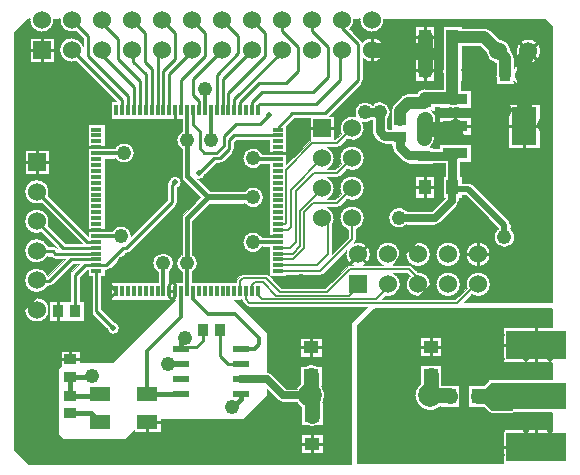
<source format=gtl>
%FSLAX25Y25*%
%MOIN*%
G04 EasyPC Gerber Version 18.0.8 Build 3632 *
%ADD77R,0.01358X0.03740*%
%ADD76R,0.03740X0.01358*%
%ADD16R,0.03740X0.04331*%
%ADD19R,0.04134X0.05118*%
%ADD78R,0.05787X0.02323*%
%ADD81R,0.08465X0.12795*%
%ADD13R,0.06000X0.06000*%
%ADD12C,0.00100*%
%ADD10C,0.00500*%
%ADD85C,0.00600*%
%ADD11C,0.01000*%
%ADD84C,0.01200*%
%ADD24C,0.01500*%
%ADD22C,0.02000*%
%ADD23C,0.02500*%
%ADD25C,0.03000*%
%ADD26C,0.04000*%
%ADD21C,0.04800*%
%ADD83C,0.05000*%
%ADD14C,0.06000*%
%ADD70C,0.07874*%
%ADD15R,0.04331X0.03740*%
%ADD80R,0.08465X0.03740*%
%ADD17R,0.05118X0.04134*%
%ADD79R,0.07087X0.04724*%
%ADD82R,0.20000X0.09016*%
%ADD71R,0.20000X0.09646*%
X0Y0D02*
D02*
D10*
X120250Y51250D02*
X168394D01*
Y62626*
X184750*
Y67803*
X172062*
G75*
G02X171450Y67650I-612J1147*
G01*
X164650*
G75*
G02X163731Y68031J1300*
G01*
X162143Y69618*
X156980*
Y72287*
G75*
G02Y74567I3316J1140*
G01*
Y77236*
X162098*
X163831Y78969*
G75*
G02X164750Y79350I919J-919*
G01*
X171450*
G75*
G02X171733Y79319J-1300*
G01*
X184750*
Y84496*
X168394*
Y96642*
X184750*
Y102550*
X125850*
X120250Y96950*
Y51250*
X140764Y77536D02*
Y83862D01*
X144103*
G75*
G02X145043I470J-3318*
G01*
X148382*
Y77236*
X154362*
Y73896*
G75*
G02Y72958I-3317J-469*
G01*
Y69618*
X147728*
Y69850*
G75*
G02X140764Y77536I-3419J3900*
G01*
Y93114D02*
X148382D01*
Y86480*
X140764*
Y93114*
X120250Y76229D02*
G36*
Y51250D01*
X168394*
Y62626*
X184750*
Y67803*
X172062*
G75*
G02X171450Y67650I-612J1147*
G01*
X164650*
G75*
G02X163731Y68031J1300*
G01*
X162143Y69618*
X156980*
Y72287*
G75*
G02Y74567I3316J1140*
G01*
Y76229*
X154362*
Y73896*
G75*
G02Y72958I-3317J-469*
G01*
Y69618*
X147728*
Y69850*
G75*
G02X139753Y76229I-3419J3900*
G01*
X120250*
G37*
X139753D02*
G36*
G75*
G02X140764Y77536I4556J-2480D01*
G01*
Y83862*
X144103*
G75*
G02X145043I470J-3318*
G01*
X148382*
Y77236*
X154362*
Y76229*
X156980*
Y77236*
X162098*
X163831Y78969*
G75*
G02X164750Y79350I919J-919*
G01*
X171450*
G75*
G02X171733Y79319J-1300*
G01*
X184750*
Y84496*
X168394*
Y89797*
X148382*
Y86480*
X140764*
Y89797*
X120250*
Y76229*
X139753*
G37*
X140764Y89797D02*
G36*
Y93114D01*
X148382*
Y89797*
X168394*
Y96642*
X184750*
Y102550*
X125850*
X120250Y96950*
Y89797*
X140764*
G37*
D02*
D11*
X10350Y64750D02*
X8350D01*
X10350Y76750D02*
X8350D01*
X10350Y92750D02*
X8350D01*
X10687Y151467D02*
X8687D01*
X12250Y62850D02*
Y60850D01*
Y66650D02*
Y68650D01*
Y74850D02*
Y72850D01*
Y78650D02*
Y80650D01*
Y90850D02*
Y88850D01*
Y94650D02*
Y96650D01*
X12333Y188907D02*
X10333D01*
X12350Y166750D02*
X10350D01*
X12350Y178750D02*
X10350D01*
X13187Y148967D02*
Y146967D01*
Y153967D02*
Y155967D01*
X14150Y64750D02*
X16150D01*
X14150Y76750D02*
X16150D01*
X14150Y92750D02*
X16150D01*
X14250Y164850D02*
Y162850D01*
Y168650D02*
Y170650D01*
Y176850D02*
Y174850D01*
Y180650D02*
Y182650D01*
X14833Y186407D02*
Y184407D01*
Y191407D02*
Y193407D01*
X15687Y151467D02*
X17687D01*
X16150Y166750D02*
X18150D01*
X16150Y178750D02*
X18150D01*
X17333Y188907D02*
X19333D01*
X20234Y100179D02*
Y98179D01*
Y103510D02*
Y105510D01*
X21350Y91750D02*
X19350D01*
X21350Y163750D02*
X19350D01*
X22679Y85766D02*
X20679D01*
X22906Y53406D02*
X21492Y51992D01*
X22906Y56094D02*
X21492Y57508D01*
X23250Y93650D02*
Y95650D01*
Y161850D02*
Y159850D01*
Y165650D02*
Y167650D01*
X24344Y87136D02*
Y89136D01*
X25150Y91750D02*
X27150D01*
X25150Y163750D02*
X27150D01*
X25350Y138750D02*
X23350D01*
X25594Y53406D02*
X27008Y51992D01*
X25594Y56094D02*
X27008Y57508D01*
X25943Y101844D02*
Y113943D01*
X29250Y117250*
X32687*
X32841Y117096*
X33033*
X26010Y85766D02*
X28010D01*
X26350Y173750D02*
X24350D01*
X27250Y136850D02*
Y134850D01*
Y140650D02*
Y142650D01*
X28250Y171850D02*
Y169850D01*
Y175650D02*
Y177650D01*
X29750Y156450D02*
X31750D01*
X30150Y173750D02*
X32150D01*
X30250Y128950D02*
X32250D01*
X33033Y115128D02*
Y101767D01*
X38650Y96150*
X33033Y119065D02*
X24565D01*
X17250Y111750*
X13533*
X13187Y112096*
X33033Y121033D02*
X32267D01*
X32250Y121050*
X19250*
X18550Y121750*
X13376*
X13187Y121939*
X33033Y123002D02*
X21967D01*
X13187Y131781*
X33033Y124970D02*
X29841D01*
X13187Y141624*
X36350Y128850D02*
X34350D01*
X36550Y156450D02*
X34550D01*
X36906Y112406D02*
X35492Y110992D01*
X38906Y138406D02*
X37492Y136992D01*
X38906Y141094D02*
X37492Y142508D01*
X38906Y161406D02*
X37492Y159992D01*
X38906Y164094D02*
X37492Y165508D01*
X39302Y108208D02*
X37449Y106354D01*
X39302Y108859D02*
X37449Y110713D01*
X39594Y115094D02*
X41008Y116508D01*
X40906Y53406D02*
X39492Y51992D01*
X40906Y56094D02*
X39492Y57508D01*
X40906Y116406D02*
X39492Y114992D01*
X41594Y138406D02*
X43008Y136992D01*
X41594Y141094D02*
X43008Y142508D01*
X41594Y161406D02*
X43008Y159992D01*
X41594Y164094D02*
X43008Y165508D01*
X41596Y168967D02*
Y172144D01*
X24833Y188907*
X43565Y168967D02*
Y173435D01*
X30250Y186750*
Y193490*
X24833Y198907*
X43594Y53406D02*
X45008Y51992D01*
X43594Y56094D02*
X45008Y57508D01*
X43594Y116406D02*
X45008Y114992D01*
X43594Y119094D02*
X45008Y120508D01*
X43906Y161406D02*
X42492Y159992D01*
X43906Y164094D02*
X42492Y165508D01*
X44350Y99750D02*
X42350D01*
X45533Y168967D02*
Y176467D01*
X34250Y187750*
Y188325*
X34833Y188907*
X46250Y97850D02*
Y95850D01*
Y101650D02*
Y103650D01*
X46594Y161406D02*
X48008Y159992D01*
X46594Y164094D02*
X48008Y165508D01*
X47350Y136750D02*
X45350D01*
X47350Y144750D02*
X45350D01*
X47502Y168967D02*
Y178498D01*
X40250Y185750*
Y192490*
X34833Y197907*
Y198907*
X48150Y99750D02*
X50150D01*
X49250Y134850D02*
Y132850D01*
Y138650D02*
Y140650D01*
Y142850D02*
Y140850D01*
Y146650D02*
Y148650D01*
X49470Y168967D02*
Y180750D01*
X45250Y184970*
Y188490*
X44833Y188907*
X49998Y62990D02*
Y60990D01*
X51150Y136750D02*
X53150D01*
X51150Y144750D02*
X53150D01*
X51439Y168967D02*
Y182561D01*
X49250Y184750*
Y194490*
X44833Y198907*
X53041Y64852D02*
X55041D01*
X53407Y168967D02*
Y187482D01*
X54833Y188907*
X55376Y168967D02*
Y181876D01*
X59250Y185750*
Y194490*
X54833Y198907*
X57344Y108533D02*
Y106656D01*
X58250Y105750*
X57344Y108533D02*
Y110844D01*
X58250Y111750*
X57344Y168967D02*
Y180844D01*
X64250Y187750*
Y188325*
X64833Y188907*
X58250Y105750D02*
X56250Y103750D01*
X58250Y111750D02*
X59250Y112750D01*
Y144750D02*
X58250Y143750D01*
Y138150*
X42850Y122750*
X41850*
X36250Y117150*
X33380*
X33326Y117096*
X33033*
X59313Y108533D02*
Y110687D01*
X58250Y111750*
X59313Y108533D02*
X57344D01*
X59313D02*
Y106813D01*
X58250Y105750*
X59350Y167650D02*
Y165650D01*
X61281Y168967D02*
Y178781D01*
X69250Y186750*
Y194490*
X64833Y198907*
X61906Y138406D02*
X60492Y136992D01*
X61906Y141094D02*
X60492Y142508D01*
X62350Y57750D02*
X60350D01*
X64250Y55850D02*
Y53850D01*
Y59650D02*
Y61650D01*
X66150Y57750D02*
X68150D01*
X67187Y168967D02*
Y171813D01*
X65250Y173750*
Y179325*
X74833Y188907*
X68557Y95656D02*
Y92057D01*
X66250Y89750*
X61848*
X61348Y89250*
X69350Y129750D02*
X67350D01*
X71250Y127850D02*
Y125850D01*
Y131650D02*
Y133650D01*
X73093Y168967D02*
Y180593D01*
X80250Y187750*
Y193490*
X74833Y198907*
X73150Y129750D02*
X75150D01*
X73250Y144850D02*
Y142850D01*
Y148650D02*
Y150650D01*
X73350Y57750D02*
X71350D01*
X75061Y168967D02*
Y179136D01*
X84833Y188907*
X75150Y146750D02*
X77150D01*
X75250Y55850D02*
Y53850D01*
Y59650D02*
Y61650D01*
X75350Y117750D02*
X73350D01*
X77030Y168967D02*
Y174530D01*
X89250Y186750*
Y194490*
X84833Y198907*
X77150Y57750D02*
X79150D01*
X77250Y115850D02*
Y113850D01*
Y119650D02*
Y121650D01*
X78906Y132406D02*
X77492Y130992D01*
X78906Y135094D02*
X77492Y136508D01*
X78906Y145406D02*
X77492Y143992D01*
X78906Y148094D02*
X77492Y149508D01*
X78998Y168967D02*
Y172498D01*
X94833Y188333*
Y188907*
X79150Y117750D02*
X81150D01*
X80967Y168967D02*
Y171467D01*
X87250Y177750*
X96250*
X100250Y181750*
Y189750*
X94833Y195167*
Y198907*
X81152Y84250D02*
X76750D01*
X74250Y86750*
Y95640*
X74266Y95656*
X81594Y132406D02*
X83008Y130992D01*
X81594Y135094D02*
X83008Y136508D01*
X81594Y145406D02*
X83008Y143992D01*
X81594Y148094D02*
X83008Y149508D01*
X82350Y57750D02*
X80350D01*
X82906Y116406D02*
X81492Y114992D01*
X82906Y119094D02*
X81492Y120508D01*
X84250Y55850D02*
Y53850D01*
Y59650D02*
Y61650D01*
X84904Y168967D02*
Y171404D01*
X88250Y174750*
X105250*
X110250Y179750*
Y189750*
X104833Y195167*
Y198907*
X85594Y116406D02*
X87008Y114992D01*
X85594Y119094D02*
X87008Y120508D01*
X86150Y57750D02*
X88150D01*
X86872Y168967D02*
Y170372D01*
X87250Y170750*
X106250*
X114250Y178750*
Y188325*
X114833Y188907*
X90650Y167350D02*
X87450Y164150D01*
X79450*
X75450Y160150*
Y156950*
X73050Y154550*
X69050*
X67450Y156150*
Y161750*
X65219Y163981*
Y168967*
X91950Y154550D02*
X89950D01*
X92050Y126950D02*
X90050D01*
X92350Y98750D02*
X90350D01*
X93467Y160404D02*
X78904D01*
X77250Y158750*
Y155750*
X74250Y152750*
X72250*
X67250Y147750*
X94250Y96850D02*
Y94850D01*
Y100650D02*
Y102650D01*
X94350Y85750D02*
X92350D01*
X96150Y98750D02*
X98150D01*
X96250Y83850D02*
Y81850D01*
Y87650D02*
Y89650D01*
X96750Y154550D02*
X94750D01*
X98150Y85750D02*
X100150D01*
X98350Y57750D02*
X96350D01*
X98906Y158806D02*
X97492Y157392D01*
X98906Y161494D02*
X97492Y162908D01*
X99350Y111750D02*
X97350D01*
X100250Y55850D02*
Y53850D01*
Y59650D02*
Y61650D01*
X101594Y161494D02*
X103008Y162908D01*
X102514Y89797D02*
X100514D01*
X102868Y57703D02*
X100868D01*
X103150Y111750D02*
X105150D01*
X104573Y88230D02*
Y86230D01*
Y91364D02*
Y93364D01*
X104927Y56136D02*
Y54136D01*
Y59270D02*
Y61270D01*
X105750Y162750D02*
X103750D01*
X106632Y89797D02*
X108632D01*
X106986Y57703D02*
X108986D01*
X110750Y162750D02*
X112750D01*
X112350Y98750D02*
X110350D01*
X112906Y56406D02*
X111492Y54992D01*
X112906Y59094D02*
X111492Y60508D01*
X112906Y63406D02*
X111492Y61992D01*
X112906Y66094D02*
X111492Y67508D01*
X112906Y70406D02*
X111492Y68992D01*
X112906Y73094D02*
X111492Y74508D01*
X112906Y76406D02*
X111492Y74992D01*
X112906Y79094D02*
X111492Y80508D01*
X112906Y82406D02*
X111492Y80992D01*
X112906Y85094D02*
X111492Y86508D01*
X112906Y88406D02*
X111492Y86992D01*
X112906Y91094D02*
X111492Y92508D01*
X114250Y96850D02*
Y94850D01*
Y100650D02*
Y102650D01*
X114833Y198907D02*
Y196167D01*
X120250Y190750*
Y178750*
X109250Y167750*
X98250*
X93467Y162967*
Y162372*
X115594Y56406D02*
X117008Y54992D01*
X115594Y59094D02*
X117008Y60508D01*
X115594Y63406D02*
X117008Y61992D01*
X115594Y66094D02*
X117008Y67508D01*
X115594Y70406D02*
X117008Y68992D01*
X115594Y73094D02*
X117008Y74508D01*
X115594Y76406D02*
X117008Y74992D01*
X115594Y79094D02*
X117008Y80508D01*
X115594Y82406D02*
X117008Y80992D01*
X115594Y85094D02*
X117008Y86508D01*
X115594Y88406D02*
X117008Y86992D01*
X115594Y91094D02*
X117008Y92508D01*
X116150Y98750D02*
X118150D01*
X118482Y118982D02*
X117068Y117568D01*
X122018Y118982D02*
X123432Y117568D01*
X122018Y122518D02*
X123432Y123932D01*
X123906Y141406D02*
X122492Y139992D01*
X123906Y144094D02*
X122492Y145508D01*
X124833Y186407D02*
Y184407D01*
Y191407D02*
Y193407D01*
X126594Y141406D02*
X128008Y139992D01*
X126594Y144094D02*
X128008Y145508D01*
X127333Y188907D02*
X129333D01*
X133906Y142406D02*
X132492Y140992D01*
X133906Y145094D02*
X132492Y146508D01*
X133906Y179406D02*
X132492Y177992D01*
X133906Y182094D02*
X132492Y183508D01*
X134906Y194406D02*
X133492Y192992D01*
X134906Y197094D02*
X133492Y198508D01*
X136594Y142406D02*
X138008Y140992D01*
X136594Y145094D02*
X138008Y146508D01*
X136594Y179406D02*
X138008Y177992D01*
X136594Y182094D02*
X138008Y183508D01*
X137594Y197094D02*
X139008Y198508D01*
X140878Y143227D02*
X138878D01*
X140878Y182227D02*
X138878D01*
X140878Y193227D02*
X138878D01*
X142445Y141168D02*
Y139168D01*
Y145286D02*
Y147286D01*
Y180168D02*
Y178168D01*
Y184286D02*
Y186286D01*
Y191168D02*
Y189168D01*
Y195286D02*
Y197286D01*
X142514Y89797D02*
X140514D01*
X144012Y143227D02*
X146012D01*
X144012Y182227D02*
X146012D01*
X144012Y193227D02*
X146012D01*
X144573Y88230D02*
Y86230D01*
Y91364D02*
Y93364D01*
X146632Y89797D02*
X148632D01*
X148918Y163550D02*
X146918D01*
X151150Y160150D02*
X149050D01*
X152650Y162180D02*
Y160180D01*
Y164920D02*
Y166920D01*
X154950Y160150D02*
X157050D01*
X156382Y163550D02*
X158382D01*
X157350Y183750D02*
X155350D01*
X157750Y120750D02*
X155750D01*
X158350Y148750D02*
X156350D01*
X159250Y181850D02*
Y179850D01*
Y185650D02*
Y187650D01*
X160250Y118250D02*
Y116250D01*
Y123250D02*
Y125250D01*
Y146850D02*
Y144850D01*
Y150650D02*
Y152650D01*
X161150Y183750D02*
X163150D01*
X162150Y148750D02*
X164150D01*
X162750Y120750D02*
X164750D01*
X167350Y153750D02*
X165350D01*
X167350Y168750D02*
X165350D01*
X169250Y151850D02*
Y149850D01*
Y155650D02*
Y157650D01*
Y166850D02*
Y164850D01*
Y170650D02*
Y172650D01*
X170144Y56553D02*
X168144D01*
X170144Y90569D02*
X168144D01*
X171150Y153750D02*
X173150D01*
X171350Y137750D02*
X169350D01*
X171752Y163550D02*
X169752D01*
X173250Y135850D02*
Y133850D01*
Y139650D02*
Y141650D01*
X174897Y178979D02*
Y176644D01*
X175150Y137750D02*
X177150D01*
X175270Y186663D02*
X173856Y185248D01*
X175270Y190198D02*
X173856Y191612D01*
X175485Y157652D02*
Y155652D01*
Y169448D02*
Y171448D01*
X176267Y180644D02*
X178897D01*
X178805Y186663D02*
X180219Y185248D01*
X178805Y190198D02*
X180219Y191612D01*
X179217Y163550D02*
X181217D01*
X179644Y60876D02*
Y62876D01*
Y86246D02*
Y84246D01*
Y94892D02*
Y96892D01*
X179906Y113406D02*
X178492Y111992D01*
X179906Y116094D02*
X178492Y117508D01*
X180350Y129750D02*
X178350D01*
X180350Y145750D02*
X178350D01*
X180350Y176750D02*
X178350D01*
X182250Y127850D02*
Y125850D01*
Y131650D02*
Y133650D01*
Y143850D02*
Y141850D01*
Y147650D02*
Y149650D01*
Y161850D02*
Y159850D01*
Y165650D02*
Y167650D01*
Y174850D02*
Y172850D01*
Y178650D02*
Y180650D01*
X182594Y113406D02*
X184008Y111992D01*
X182594Y116094D02*
X184008Y117508D01*
D02*
D12*
X5550Y55650D02*
X10150Y51050D01*
X117850*
Y97750*
X123200Y103100*
X84050*
G75*
G02X83095Y103495I0J1350*
G01*
X81795Y104795*
G75*
G02X81407Y105612I955J954*
G01*
X78788*
X89850Y94550*
Y81548*
G75*
G02X91376Y80876I-100J-2298*
G01*
X96203Y76050*
X99766*
G75*
G02X100963Y77551I4425J-2300*
G01*
Y83663*
X102876*
G75*
G02X106270I1697J-3118*
G01*
X108183*
Y77427*
X108123*
Y76818*
G75*
G02X108477Y71201I-3932J-3068*
G01*
Y70073*
X108537*
Y63837*
X106624*
G75*
G02X103230I-1697J3118*
G01*
X101317*
Y69674*
G75*
G02X99766Y71450I2874J4075*
G01*
X95250*
G75*
G02X93624Y72124J2300*
G01*
X89850Y75897*
Y73750*
X81850Y65750*
X54593*
Y61439*
X45404*
Y62104*
X42650Y59350*
X21850*
X20250Y60950*
Y82550*
X21128Y83428*
Y88687*
X27561*
Y84950*
X38650*
X59312Y105612*
X37900*
Y111455*
X53569*
Y114737*
G75*
G02X51800Y117750I1681J3013*
G01*
G75*
G02X58700I3450*
G01*
G75*
G02X57183Y114893I-3450*
G01*
Y111455*
X61600*
Y114720*
G75*
G02X61450Y120693I1650J3030*
G01*
Y132750*
G75*
G02X61977Y134023I1800*
G01*
X67704Y139750*
X61977Y145477*
G75*
G02X61450Y146750I1273J1273*
G01*
Y155807*
G75*
G02X61600Y161780I1800J2943*
G01*
Y166045*
X37900*
Y171888*
X39660*
X26382Y185166*
G75*
G02X24833Y184857I-1550J3741*
G01*
G75*
G02Y192957J4050*
G01*
G75*
G02X28700Y190110J-4050*
G01*
Y192848*
X26382Y195166*
G75*
G02X20807Y199350I-1550J3742*
G01*
X18858*
G75*
G02X14833Y194857I-4026J-443*
G01*
G75*
G02X10807Y199350J4050*
G01*
X9850*
X5550Y195050*
Y55650*
X13187Y98204D02*
G75*
G02Y106304J4050D01*
G01*
G75*
G02Y98204J-4050*
G01*
X14737Y128040D02*
G75*
G02X13187Y127731I-1550J3741D01*
G01*
G75*
G02Y135831J4050*
G01*
G75*
G02X16929Y130232J-4050*
G01*
X22609Y124552*
X28067*
X14737Y137882*
G75*
G02X13187Y137574I-1550J3741*
G01*
G75*
G02Y145674J4050*
G01*
G75*
G02X16929Y140074J-4050*
G01*
X30112Y126891*
Y164100*
X35955*
Y156306*
X39280*
G75*
G02X45700Y154550I2970J-1756*
G01*
G75*
G02X39344Y152691I-3450*
G01*
X35955*
Y128589*
X38331*
G75*
G02X44691Y127005I2919J-1839*
G01*
X56543Y138857*
Y143750*
G75*
G02X57043Y144957I1707*
G01*
X57241Y145155*
G75*
G02X61300Y144750I2009J-405*
G01*
G75*
G02X59957Y142826I-2050*
G01*
Y138150*
G75*
G02X59457Y136943I-1707*
G01*
X44057Y121543*
G75*
G02X42850Y121043I-1207J1207*
G01*
X42557*
X37457Y115943*
G75*
G02X36250Y115443I-1207J1207*
G01*
X35955*
Y113400*
X34583*
Y102409*
X38797Y98195*
G75*
G02X40700Y96150I-147J-2045*
G01*
G75*
G02X36605Y96003I-2050*
G01*
X31937Y100670*
G75*
G02X31483Y101767I1096J1096*
G01*
Y113400*
X30112*
Y115543*
X29957*
X27650Y113236*
Y105061*
X28864*
Y98628*
X17313*
Y105061*
X24235*
Y113943*
G75*
G02X24735Y115150I1707*
G01*
X27100Y117515*
X25207*
X18346Y110654*
G75*
G02X17250Y110200I-1096J1096*
G01*
X16765*
G75*
G02X13187Y108046I-3578J1896*
G01*
G75*
G02Y116146J4050*
G01*
G75*
G02X16936Y113628J-4050*
G01*
X22634Y119326*
X19250*
G75*
G02X18029Y119840J1707*
G01*
X17831Y120043*
X16765*
G75*
G02X13187Y117889I-3578J1896*
G01*
G75*
G02Y125989J4050*
G01*
G75*
G02X16942Y123457J-4050*
G01*
X18550*
G75*
G02X19771Y122943J-1707*
G01*
X19969Y122741*
X20035*
X14737Y128040*
X17238Y147415D02*
X9136D01*
Y155518*
X17238*
Y147415*
X18884Y184856D02*
X10781D01*
Y192959*
X18884*
Y184856*
X100963Y92915D02*
X108183D01*
Y86679*
X100963*
Y92915*
X108537Y54585D02*
X101317D01*
Y60821*
X108537*
Y54585*
X5550Y102254D02*
G36*
Y57703D01*
X101317*
Y60821*
X108537*
Y57703*
X117850*
Y89797*
X108183*
Y86679*
X100963*
Y89797*
X89850*
Y81548*
G75*
G02X91376Y80876I-100J-2298*
G01*
X96203Y76050*
X99766*
G75*
G02X100963Y77551I4425J-2300*
G01*
Y83663*
X102876*
G75*
G02X106270I1697J-3118*
G01*
X108183*
Y77427*
X108123*
Y76818*
G75*
G02X108477Y71201I-3932J-3068*
G01*
Y70073*
X108537*
Y63837*
X106624*
G75*
G02X103230I-1697J3118*
G01*
X101317*
Y69674*
G75*
G02X99766Y71450I2874J4075*
G01*
X95250*
G75*
G02X93624Y72124J2300*
G01*
X89850Y75897*
Y73750*
X81850Y65750*
X54593*
Y61439*
X45404*
Y62104*
X42650Y59350*
X21850*
X20250Y60950*
Y82550*
X21128Y83428*
Y88687*
X27561*
Y84950*
X38650*
X55954Y102254*
X34738*
X38797Y98195*
G75*
G02X40700Y96150I-147J-2045*
G01*
G75*
G02X36605Y96003I-2050*
G01*
X31937Y100670*
G75*
G02X31483Y101767I1096J1096*
G01*
Y113400*
X30112*
Y115543*
X29957*
X27650Y113236*
Y105061*
X28864*
Y98628*
X17313*
Y102254*
X17237*
G75*
G02X13187Y98204I-4050*
G01*
G75*
G02X9137Y102254J4050*
G01*
X5550*
G37*
X9137D02*
G36*
G75*
G02X13187Y106304I4050D01*
G01*
G75*
G02X17237Y102254J-4050*
G01*
X17313*
Y105061*
X24235*
Y113943*
G75*
G02X24735Y115150I1707*
G01*
X27100Y117515*
X25207*
X18346Y110654*
G75*
G02X17250Y110200I-1096J1096*
G01*
X16765*
G75*
G02X13187Y108046I-3578J1896*
G01*
G75*
G02Y116146J4050*
G01*
G75*
G02X16936Y113628J-4050*
G01*
X22634Y119326*
X19250*
G75*
G02X18029Y119840J1707*
G01*
X17831Y120043*
X16765*
G75*
G02X13187Y117889I-3578J1896*
G01*
G75*
G02Y125989J4050*
G01*
G75*
G02X16942Y123457J-4050*
G01*
X18550*
G75*
G02X19771Y122943J-1707*
G01*
X19969Y122741*
X20035*
X14737Y128040*
G75*
G02X13187Y127731I-1550J3741*
G01*
G75*
G02Y135831J4050*
G01*
G75*
G02X16929Y130232J-4050*
G01*
X22609Y124552*
X28067*
X14737Y137882*
G75*
G02X13187Y137574I-1550J3741*
G01*
G75*
G02Y145674J4050*
G01*
G75*
G02X16929Y140074J-4050*
G01*
X30112Y126891*
Y151467*
X17238*
Y147415*
X9136*
Y151467*
X5550*
Y102254*
X9137*
G37*
X55954D02*
G36*
X59312Y105612D01*
X37900*
Y111455*
X53569*
Y114737*
G75*
G02X51800Y117750I1681J3013*
G01*
G75*
G02X58700I3450*
G01*
G75*
G02X57183Y114893I-3450*
G01*
Y111455*
X61600*
Y114720*
G75*
G02X61450Y120693I1650J3030*
G01*
Y132750*
G75*
G02X61977Y134023I1800*
G01*
X67704Y139750*
X61977Y145477*
G75*
G02X61450Y146750I1273J1273*
G01*
Y151467*
X43797*
G75*
G02X39344Y152691I-1547J3083*
G01*
X35955*
Y128589*
X38331*
G75*
G02X44691Y127005I2919J-1839*
G01*
X56543Y138857*
Y143750*
G75*
G02X57043Y144957I1707*
G01*
X57241Y145155*
G75*
G02X61300Y144750I2009J-405*
G01*
G75*
G02X59957Y142826I-2050*
G01*
Y138150*
G75*
G02X59457Y136943I-1707*
G01*
X44057Y121543*
G75*
G02X42850Y121043I-1207J1207*
G01*
X42557*
X37457Y115943*
G75*
G02X36250Y115443I-1207J1207*
G01*
X35955*
Y113400*
X34583*
Y102409*
X34738Y102254*
X55954*
G37*
X9136Y151467D02*
G36*
Y155518D01*
X17238*
Y151467*
X30112*
Y164100*
X35955*
Y156306*
X39280*
G75*
G02X45700Y154550I2970J-1756*
G01*
G75*
G02X43797Y151467I-3450*
G01*
X61450*
Y155807*
G75*
G02X61600Y161780I1800J2943*
G01*
Y166045*
X37900*
Y171888*
X39660*
X26382Y185166*
G75*
G02X24833Y184857I-1550J3741*
G01*
G75*
G02X20783Y188907J4050*
G01*
X18884*
Y184856*
X10781*
Y188907*
X5550*
Y151467*
X9136*
G37*
X10781Y188907D02*
G36*
Y192959D01*
X18884*
Y188907*
X20783*
G75*
G02X24833Y192957I4050*
G01*
G75*
G02X28700Y190110J-4050*
G01*
Y192848*
X26382Y195166*
G75*
G02X20807Y199350I-1550J3742*
G01*
X18858*
G75*
G02X14833Y194857I-4026J-443*
G01*
G75*
G02X10807Y199350J4050*
G01*
X9850*
X5550Y195050*
Y188907*
X10781*
G37*
X100963Y89797D02*
G36*
Y92915D01*
X108183*
Y89797*
X117850*
Y97750*
X123200Y103100*
X84050*
G75*
G02X83095Y103495I0J1350*
G01*
X81795Y104795*
G75*
G02X81407Y105612I955J954*
G01*
X78788*
X89850Y94550*
Y89797*
X100963*
G37*
X5550Y57703D02*
G36*
Y55650D01*
X10150Y51050*
X117850*
Y57703*
X108537*
Y54585*
X101317*
Y57703*
X5550*
G37*
X64900Y111455D02*
X79617D01*
Y111750*
G75*
G02X80012Y112705I1350J0*
G01*
X81012Y113705*
G75*
G02X81967Y114100I954J-955*
G01*
X89650*
G75*
G02X90545Y113761I0J-1350*
G01*
Y123320*
X88390*
G75*
G02X81800Y124750I-3140J1430*
G01*
G75*
G02X88149Y126620I3450*
G01*
X90545*
Y150880*
X88149*
G75*
G02X81800Y152750I-2899J1870*
G01*
G75*
G02X88390Y154180I3450*
G01*
X90545*
Y158854*
X79546*
X78800Y158108*
Y155750*
G75*
G02X78346Y154654I-1550*
G01*
X75346Y151654*
G75*
G02X74250Y151200I-1096J1096*
G01*
X72892*
X69295Y147603*
G75*
G02X66794Y145751I-2045J147*
G01*
X70746Y141800*
X82475*
G75*
G02X88700Y139750I2775J-2050*
G01*
G75*
G02X82475Y137700I-3450*
G01*
X70746*
X65050Y132004*
Y120693*
G75*
G02X64900Y114720I-1800J-2943*
G01*
Y111455*
G36*
X79617*
Y111750*
G75*
G02X80012Y112705I1350J0*
G01*
X81012Y113705*
G75*
G02X81967Y114100I954J-955*
G01*
X89650*
G75*
G02X90545Y113761I0J-1350*
G01*
Y123320*
X88390*
G75*
G02X81800Y124750I-3140J1430*
G01*
G75*
G02X88149Y126620I3450*
G01*
X90545*
Y150880*
X88149*
G75*
G02X81800Y152750I-2899J1870*
G01*
G75*
G02X88390Y154180I3450*
G01*
X90545*
Y158854*
X79546*
X78800Y158108*
Y155750*
G75*
G02X78346Y154654I-1550*
G01*
X75346Y151654*
G75*
G02X74250Y151200I-1096J1096*
G01*
X72892*
X69295Y147603*
G75*
G02X66794Y145751I-2045J147*
G01*
X70746Y141800*
X82475*
G75*
G02X88700Y139750I2775J-2050*
G01*
G75*
G02X82475Y137700I-3450*
G01*
X70746*
X65050Y132004*
Y120693*
G75*
G02X64900Y114720I-1800J-2943*
G01*
Y111455*
G37*
X90909Y113400D02*
X94709Y109600D01*
X109391*
X116495Y116705*
G75*
G02X117450Y117100I954J-955*
G01*
X118495*
G75*
G02X116392Y121983I1755J3650*
G01*
X108583Y114173*
G75*
G02X107628Y113778I-954J955*
G01*
X96388*
Y113400*
X90909*
G36*
X94709Y109600*
X109391*
X116495Y116705*
G75*
G02X117450Y117100I954J-955*
G01*
X118495*
G75*
G02X116392Y121983I1755J3650*
G01*
X108583Y114173*
G75*
G02X107628Y113778I-954J955*
G01*
X96388*
Y113400*
X90909*
G37*
X96388Y150997D02*
X104095Y158705D01*
G75*
G02X104199Y158798I955J-956*
G01*
Y166200*
X98892*
X96388Y163696*
Y150997*
G36*
X104095Y158705*
G75*
G02X104199Y158798I955J-956*
G01*
Y166200*
X98892*
X96388Y163696*
Y150997*
G37*
X118858Y199350D02*
G75*
G02X117409Y195783I-4026J-443D01*
G01*
X121346Y191846*
G75*
G02X121651Y191413I-1096J-1095*
G01*
G75*
G02X124833Y192957I3182J-2506*
G01*
G75*
G02Y184857J-4050*
G01*
G75*
G02X121800Y186223J4050*
G01*
Y178750*
G75*
G02X121346Y177654I-1550*
G01*
X110493Y166801*
X112301*
Y159100*
X112691*
X114595Y161005*
G75*
G02X119580Y166575I3655J1745*
G01*
G75*
G02X124974Y170700I3070J1575*
G01*
X125126*
G75*
G02X130000Y165826I2324J-2550*
G01*
Y162806*
X130106Y162700*
X131128*
Y168531*
X131294*
Y168644*
G75*
G02X132189Y170802I3050*
G01*
X134894Y173506*
G75*
G02X137050Y174398I2156J-2157*
G01*
X139341*
Y174518*
X139941*
G75*
G02X142557Y176001I2617J-1567*
G01*
X148401*
Y181274*
G75*
G02X148557Y182239I3049*
G01*
G75*
G02X148581Y182608I3140J-13*
G01*
Y185837*
X148647*
Y189618*
X148581*
Y192846*
G75*
G02Y193608I3115J381*
G01*
Y196837*
X154813*
Y196277*
X162241*
G75*
G02X164397Y195384J-3050*
G01*
X167310Y192471*
G75*
G02X171078Y188703I-272J-4041*
G01*
X171345Y188436*
G75*
G02X172239Y186279I-2157J-2157*
G01*
Y182997*
G75*
G02X178447Y180644I2659J-2352*
G01*
G75*
G02X172108Y178448I-3550*
G01*
Y177429*
X166270*
Y179760*
G75*
G02X166139Y180644I2919J885*
G01*
Y184481*
G75*
G02X162996Y188158I899J3949*
G01*
X160977Y190177*
X154813*
Y189618*
X154747*
Y185837*
X154813*
Y182615*
G75*
G02Y181840I-3114J-387*
G01*
Y178618*
X154501*
Y175526*
X157931*
Y169685*
X153804*
G75*
G02X151908Y169554I-1154J2920*
G01*
X151451*
G75*
G02X150567Y169685J3051*
G01*
X147368*
Y169901*
X145770*
Y168677*
X144752*
G75*
G02X143787Y162559I-2197J-2789*
G01*
G75*
G02X144343Y156624I-1642J-3147*
G01*
X145360*
Y156253*
X147368*
Y157415*
X157931*
Y151575*
X154247*
Y146837*
X154813*
Y144599*
X157050*
G75*
G02X158500Y143999J-2050*
G01*
X170499Y132000*
G75*
G02X171099Y130550I-1450J-1450*
G01*
Y129326*
G75*
G02X172500Y126550I-2049J-2776*
G01*
G75*
G02X165600I-3450*
G01*
G75*
G02X166999Y129324I3450*
G01*
Y129701*
X156201Y140499*
X154813*
Y139618*
X153751*
Y138550*
G75*
G02X153077Y136923I-2300*
G01*
X147476Y131324*
G75*
G02X145850Y130651I-1626J1626*
G01*
X136422*
G75*
G02X130400Y132950I-2572J2299*
G01*
G75*
G02X136421Y135251I3450*
G01*
X144898*
X149151Y139503*
Y139618*
X148581*
Y146837*
X149147*
Y151153*
X145360*
Y150781*
X138929*
Y151043*
X137050*
G75*
G02X135135Y151835J2707*
G01*
X132430Y154541*
G75*
G02X131637Y156456I1915J1915*
G01*
Y156982*
X131128*
Y157600*
X129050*
G75*
G02X127247Y158347J2550*
G01*
X125647Y159947*
G75*
G02X124900Y161750I1803J1803*
G01*
Y165535*
G75*
G02X121728Y164826I-2250J2615*
G01*
G75*
G02X116505Y159095I-3478J-2076*
G01*
X114205Y156795*
G75*
G02X113250Y156400I-954J955*
G01*
X110005*
G75*
G02Y149100I-1755J-3650*
G01*
X112691*
X114595Y151005*
G75*
G02X114200Y152750I3654J1745*
G01*
G75*
G02X122300I4050*
G01*
G75*
G02X116505Y149095I-4050*
G01*
X114205Y146795*
G75*
G02X113250Y146400I-954J955*
G01*
X110005*
G75*
G02Y139100I-1755J-3650*
G01*
X112691*
X114595Y141005*
G75*
G02X114200Y142750I3654J1745*
G01*
G75*
G02X122300I4050*
G01*
G75*
G02X116505Y139095I-4050*
G01*
X114205Y136795*
G75*
G02X113250Y136400I-954J955*
G01*
X110005*
G75*
G02X111600Y130474I-1755J-3650*
G01*
Y121009*
X116900Y126309*
Y128931*
G75*
G02X114200Y132750I1350J3819*
G01*
G75*
G02X122300I4050*
G01*
G75*
G02X119600Y128931I-4050*
G01*
Y125750*
G75*
G02X119205Y124795I-1350J0*
G01*
X119017Y124608*
G75*
G02X122005Y117100I1233J-3858*
G01*
X128495*
G75*
G02X130250Y124800I1755J3650*
G01*
G75*
G02X132005Y117100J-4050*
G01*
X137250*
G75*
G02X138205Y116705I0J-1350*
G01*
X140111Y114798*
G75*
G02X140250Y114800I138J-4052*
G01*
G75*
G02Y106700J-4050*
G01*
G75*
G02X137432Y113659J4050*
G01*
X136691Y114400*
X132005*
G75*
G02X129238Y106829I-1754J-3650*
G01*
X128209Y105800*
X152691*
X156396Y109505*
G75*
G02X160250Y114800I3854J1245*
G01*
G75*
G02Y106700J-4050*
G01*
G75*
G02X158056Y107346J4050*
G01*
X155659Y104950*
X184950*
Y197050*
X182650Y199350*
X128858*
G75*
G02X124833Y194857I-4026J-443*
G01*
G75*
G02X120807Y199350J4050*
G01*
X118858*
X140250Y116700D02*
G75*
G02Y124800J4050D01*
G01*
G75*
G02Y116700J-4050*
G01*
X145561Y146837D02*
Y139618D01*
X139329*
Y146837*
X145561*
Y185837D02*
Y178618D01*
X139329*
Y185837*
X145561*
Y196837D02*
Y189618D01*
X139329*
Y196837*
X145561*
X147368Y166470D02*
X157931D01*
Y160630*
X147368*
Y166470*
X150250Y106700D02*
G75*
G02Y114800J4050D01*
G01*
G75*
G02Y106700J-4050*
G01*
Y116700D02*
G75*
G02Y124800J4050D01*
G01*
G75*
G02Y116700J-4050*
G01*
X160250D02*
G75*
G02Y124800J4050D01*
G01*
G75*
G02Y116700J-4050*
G01*
X170203Y156102D02*
Y170998D01*
X180766*
Y156102*
X170203*
X181087Y188430D02*
G75*
G02X172987I-4050D01*
G01*
G75*
G02X181087I4050*
G01*
X134300Y120750D02*
G36*
G75*
G02X132005Y117100I-4050D01*
G01*
X137250*
G75*
G02X138205Y116705I0J-1350*
G01*
X140111Y114798*
G75*
G02X140250Y114800I138J-4052*
G01*
G75*
G02X144300Y110750J-4050*
G01*
X146200*
G75*
G02X150250Y114800I4050*
G01*
G75*
G02X154300Y110750J-4050*
G01*
X156200*
G75*
G02X160250Y114800I4050*
G01*
G75*
G02Y106700J-4050*
G01*
G75*
G02X158056Y107346J4050*
G01*
X155659Y104950*
X184950*
Y120750*
X164300*
G75*
G02X160250Y116700I-4050*
G01*
G75*
G02X156200Y120750J4050*
G01*
X154300*
G75*
G02X150250Y116700I-4050*
G01*
G75*
G02X146200Y120750J4050*
G01*
X144300*
G75*
G02X140250Y116700I-4050*
G01*
G75*
G02X136200Y120750J4050*
G01*
X134300*
G37*
X136200D02*
G36*
G75*
G02X140250Y124800I4050D01*
G01*
G75*
G02X144300Y120750J-4050*
G01*
X146200*
G75*
G02X150250Y124800I4050*
G01*
G75*
G02X154300Y120750J-4050*
G01*
X156200*
G75*
G02X160250Y124800I4050*
G01*
G75*
G02X164300Y120750J-4050*
G01*
X184950*
Y163550*
X180766*
Y156102*
X170203*
Y163550*
X157931*
Y160630*
X147368*
Y163550*
X145227*
G75*
G02X143787Y162559I-2671J2339*
G01*
G75*
G02X144343Y156624I-1642J-3147*
G01*
X145360*
Y156253*
X147368*
Y157415*
X157931*
Y151575*
X154247*
Y146837*
X154813*
Y144599*
X157050*
G75*
G02X158500Y143999J-2050*
G01*
X170499Y132000*
G75*
G02X171099Y130550I-1450J-1450*
G01*
Y129326*
G75*
G02X172500Y126550I-2049J-2776*
G01*
G75*
G02X165600I-3450*
G01*
G75*
G02X166999Y129324I3450*
G01*
Y129701*
X156201Y140499*
X154813*
Y139618*
X153751*
Y138550*
G75*
G02X153077Y136923I-2300*
G01*
X147476Y131324*
G75*
G02X145850Y130651I-1626J1626*
G01*
X136422*
G75*
G02X130400Y132950I-2572J2299*
G01*
G75*
G02X136421Y135251I3450*
G01*
X144898*
X149151Y139503*
Y139618*
X148581*
Y143227*
X145561*
Y139618*
X139329*
Y143227*
X122272*
G75*
G02X122300Y142750I-4022J-478*
G01*
G75*
G02X116505Y139095I-4050*
G01*
X114205Y136795*
G75*
G02X113250Y136400I-954J955*
G01*
X110005*
G75*
G02X111600Y130474I-1755J-3650*
G01*
Y121009*
X116900Y126309*
Y128931*
G75*
G02X114200Y132750I1350J3819*
G01*
G75*
G02X122300I4050*
G01*
G75*
G02X119600Y128931I-4050*
G01*
Y125750*
G75*
G02X119205Y124795I-1350J0*
G01*
X119017Y124608*
G75*
G02X122005Y117100I1233J-3858*
G01*
X128495*
G75*
G02X130250Y124800I1755J3650*
G01*
G75*
G02X134300Y120750J-4050*
G01*
X136200*
G37*
X139329Y143227D02*
G36*
Y146837D01*
X145561*
Y143227*
X148581*
Y146837*
X149147*
Y151153*
X145360*
Y150781*
X138929*
Y151043*
X137050*
G75*
G02X135135Y151835J2707*
G01*
X132430Y154541*
G75*
G02X131637Y156456I1915J1915*
G01*
Y156982*
X131128*
Y157600*
X129050*
G75*
G02X127247Y158347J2550*
G01*
X125647Y159947*
G75*
G02X124900Y161750I1803J1803*
G01*
Y165535*
G75*
G02X121728Y164826I-2250J2615*
G01*
G75*
G02X116505Y159095I-3478J-2076*
G01*
X114205Y156795*
G75*
G02X113250Y156400I-954J955*
G01*
X110005*
G75*
G02Y149100I-1755J-3650*
G01*
X112691*
X114595Y151005*
G75*
G02X114200Y152750I3654J1745*
G01*
G75*
G02X122300I4050*
G01*
G75*
G02X116505Y149095I-4050*
G01*
X114205Y146795*
G75*
G02X113250Y146400I-954J955*
G01*
X110005*
G75*
G02Y139100I-1755J-3650*
G01*
X112691*
X114595Y141005*
G75*
G02X114200Y142750I3654J1745*
G01*
G75*
G02X122272Y143227I4050*
G01*
X139329*
G37*
X121800Y182227D02*
G36*
Y178750D01*
G75*
G02X121346Y177654I-1550*
G01*
X110493Y166801*
X112301*
Y159100*
X112691*
X114595Y161005*
G75*
G02X119580Y166575I3655J1745*
G01*
G75*
G02X124974Y170700I3070J1575*
G01*
X125126*
G75*
G02X130000Y165826I2324J-2550*
G01*
Y162806*
X130106Y162700*
X131128*
Y168531*
X131294*
Y168644*
G75*
G02X132189Y170802I3050*
G01*
X134894Y173506*
G75*
G02X137050Y174398I2156J-2157*
G01*
X139341*
Y174518*
X139941*
G75*
G02X142557Y176001I2617J-1567*
G01*
X148401*
Y181274*
G75*
G02X148554Y182227I3049J0*
G01*
X145561*
Y178618*
X139329*
Y182227*
X121800*
G37*
X139329D02*
G36*
Y185837D01*
X145561*
Y182227*
X148554*
G75*
G02X148557Y182239I2916J-934*
G01*
G75*
G02X148581Y182608I3140J-13*
G01*
Y185837*
X148647*
Y189618*
X148581*
Y192846*
G75*
G02X148557Y193227I3115J381*
G01*
X145561*
Y189618*
X139329*
Y193227*
X119965*
X121346Y191846*
G75*
G02X121651Y191413I-1096J-1095*
G01*
G75*
G02X124833Y192957I3182J-2506*
G01*
G75*
G02Y184857J-4050*
G01*
G75*
G02X121800Y186223J4050*
G01*
Y182227*
X139329*
G37*
Y193227D02*
G36*
Y196837D01*
X145561*
Y193227*
X148557*
G75*
G02X148581Y193608I3138*
G01*
Y196837*
X154813*
Y196277*
X162241*
G75*
G02X164397Y195384J-3050*
G01*
X167310Y192471*
G75*
G02X171078Y188703I-272J-4041*
G01*
X171345Y188436*
G75*
G02X171351Y188430I-2146J-2151*
G01*
X172987*
G75*
G02X181087I4050*
G01*
X184950*
Y197050*
X182650Y199350*
X128858*
G75*
G02X124833Y194857I-4026J-443*
G01*
G75*
G02X120807Y199350J4050*
G01*
X118858*
G75*
G02X117409Y195783I-4026J-443*
G01*
X119965Y193227*
X139329*
G37*
X147368Y163550D02*
G36*
Y166470D01*
X157931*
Y163550*
X170203*
Y170998*
X180766*
Y163550*
X184950*
Y188430*
X181087*
G75*
G02X172987I-4050*
G01*
X171351*
G75*
G02X172239Y186279I-2162J-2151*
G01*
Y182997*
G75*
G02X178447Y180644I2659J-2352*
G01*
G75*
G02X172108Y178448I-3550*
G01*
Y177429*
X166270*
Y179760*
G75*
G02X166139Y180644I2919J885*
G01*
Y184481*
G75*
G02X162996Y188158I899J3949*
G01*
X160977Y190177*
X154813*
Y189618*
X154747*
Y185837*
X154813*
Y182615*
G75*
G02Y181840I-3114J-387*
G01*
Y178618*
X154501*
Y175526*
X157931*
Y169685*
X153804*
G75*
G02X151908Y169554I-1154J2920*
G01*
X151451*
G75*
G02X150567Y169685J3051*
G01*
X147368*
Y169901*
X145770*
Y168677*
X144752*
G75*
G02X145227Y163550I-2197J-2789*
G01*
X147368*
G37*
X144300Y110750D02*
G36*
G75*
G02X140250Y106700I-4050D01*
G01*
G75*
G02X137432Y113659J4050*
G01*
X136691Y114400*
X132005*
G75*
G02X129238Y106829I-1754J-3650*
G01*
X128209Y105800*
X152691*
X156396Y109505*
G75*
G02X156200Y110750I3854J1245*
G01*
X154300*
G75*
G02X150250Y106700I-4050*
G01*
G75*
G02X146200Y110750J4050*
G01*
X144300*
G37*
X171450Y78050D02*
Y68950D01*
X164650*
X162650Y70950*
Y75950*
X164750Y78050*
X171450*
G36*
Y68950*
X164650*
X162650Y70950*
Y75950*
X164750Y78050*
X171450*
G37*
D02*
D13*
X13187Y151467D03*
X14833Y188907D03*
X108250Y162750D03*
X120250Y110750D03*
D02*
D14*
X13187Y102254D03*
Y112096D03*
Y121939D03*
Y131781D03*
Y141624D03*
X14833Y198907D03*
X24833Y188907D03*
Y198907D03*
X34833Y188907D03*
Y198907D03*
X44833Y188907D03*
Y198907D03*
X54833Y188907D03*
Y198907D03*
X64833Y188907D03*
Y198907D03*
X74833Y188907D03*
Y198907D03*
X84833Y188907D03*
Y198907D03*
X94833Y188907D03*
Y198907D03*
X104833Y188907D03*
Y198907D03*
X108250Y132750D03*
Y142750D03*
Y152750D03*
X114833Y188907D03*
Y198907D03*
X118250Y132750D03*
Y142750D03*
Y152750D03*
Y162750D03*
X120250Y120750D03*
X124833Y188907D03*
Y198907D03*
X130250Y110750D03*
Y120750D03*
X140250Y110750D03*
Y120750D03*
X150250Y110750D03*
Y120750D03*
X160250Y110750D03*
Y120750D03*
X167037Y188430D03*
X177037D03*
D02*
D15*
X24156Y67734D03*
Y73443D03*
X24344Y80057D03*
Y85766D03*
X134344Y159903D03*
Y165611D03*
X142144Y153703D03*
Y159411D03*
X142556Y165889D03*
Y171597D03*
D02*
D16*
X20234Y101844D03*
X25943D03*
X68557Y95656D03*
X74266D03*
X169189Y180644D03*
X174897D03*
D02*
D17*
X104573Y80545D03*
Y89797D03*
X104927Y57703D03*
Y66955D03*
X144573Y80545D03*
Y89797D03*
D02*
D19*
X142445Y143227D03*
Y182227D03*
Y193227D03*
X151045Y73427D03*
X151697Y143227D03*
Y182227D03*
Y193227D03*
X160297Y73427D03*
D02*
D70*
X104191Y73750D03*
X144309D03*
D02*
D71*
X179644Y56553D03*
Y90569D03*
D02*
D21*
X12250Y64750D03*
Y76750D03*
Y92750D03*
X14250Y166750D03*
Y178750D03*
X23250Y91750D03*
Y163750D03*
X24250Y54750D03*
X27250Y138750D03*
X28250Y173750D03*
X31450Y80150D03*
X38250Y113750D03*
X40250Y139750D03*
Y162750D03*
X41250Y126750D03*
X42250Y54750D03*
Y117750D03*
Y154550D03*
X45250Y162750D03*
X46250Y99750D03*
X49250Y136750D03*
Y144750D03*
X55250Y117750D03*
X57050Y84150D03*
X62650Y92950D03*
X63250Y117750D03*
Y139750D03*
Y158750D03*
X64250Y57750D03*
X69250Y175750D03*
X71250Y129750D03*
Y158750D03*
X73250Y146750D03*
X75250Y57750D03*
X77250Y117750D03*
X78250Y69750D03*
X80250Y133750D03*
Y146750D03*
X84250Y57750D03*
Y117750D03*
X85250Y124750D03*
Y139750D03*
Y152750D03*
X100250Y160150D03*
X101250Y111750D03*
X114250Y57750D03*
Y64750D03*
Y71750D03*
Y77750D03*
Y83750D03*
Y89750D03*
Y98750D03*
X122650Y168150D03*
X125250Y142750D03*
X127450Y168150D03*
X133850Y132950D03*
X135250Y143750D03*
Y180750D03*
X136250Y195750D03*
X153050Y160150D03*
X159250Y183750D03*
X160250Y148750D03*
X169050Y126550D03*
X169250Y153750D03*
Y168750D03*
X173250Y137750D03*
X181250Y114750D03*
X182250Y129750D03*
Y145750D03*
Y163750D03*
Y176750D03*
D02*
D22*
X38650Y96150D03*
X59250Y144750D03*
X67250Y147750D03*
X70250Y139750D02*
X85250D01*
X90650Y167350D03*
X121250Y53750D03*
Y61750D03*
Y69750D03*
Y77750D03*
Y85750D03*
Y93750D03*
X128250Y53750D03*
Y61750D03*
Y69750D03*
Y77750D03*
Y85750D03*
Y93750D03*
Y101750D03*
X136250Y53750D03*
Y61750D03*
Y65750D03*
Y69750D03*
Y73750D03*
Y77750D03*
Y81750D03*
Y85750D03*
Y93750D03*
Y101750D03*
X139250Y68750D03*
Y78750D03*
Y81750D03*
X140250Y65750D03*
Y85750D03*
X144250Y53750D03*
Y61750D03*
Y65750D03*
Y85750D03*
Y93750D03*
Y101750D03*
X148250Y65750D03*
Y68750D03*
Y85750D03*
X149250Y78750D03*
Y81750D03*
X152250Y53750D03*
Y61750D03*
Y65750D03*
Y68750D03*
Y78750D03*
Y81750D03*
Y85750D03*
Y93750D03*
Y101750D03*
X156250Y65750D03*
Y68750D03*
Y71750D03*
Y75750D03*
Y78750D03*
Y81750D03*
X160250Y53750D03*
Y61750D03*
Y65750D03*
Y68750D03*
Y78750D03*
Y81750D03*
Y85750D03*
Y93750D03*
Y101750D03*
X164250Y65750D03*
Y81750D03*
X168250Y53750D03*
Y61750D03*
Y65750D03*
Y81750D03*
Y85750D03*
Y93750D03*
Y101750D03*
X169050Y126550D02*
Y130550D01*
X157050Y142550*
X152374*
X151697Y143227*
X172250Y65750D03*
Y81750D03*
X176250Y53750D03*
Y61750D03*
Y65750D03*
Y81750D03*
Y85750D03*
Y93750D03*
Y101750D03*
X180250Y65750D03*
Y81750D03*
X184250Y53750D03*
Y61750D03*
Y65750D03*
Y81750D03*
Y85750D03*
Y93750D03*
Y101750D03*
D02*
D23*
X81152Y79250D02*
X89750D01*
X95250Y73750*
X104191*
X133850Y132950D02*
X145850D01*
X151450Y138550*
Y142980*
X151697Y143227*
D02*
D24*
X24156Y67734D02*
X31368D01*
X34250Y64852*
X24156Y73443D02*
Y79868D01*
X24344Y80057*
X24156Y73443D02*
X33392D01*
X34250Y74301*
X24344Y80057D02*
X31357D01*
X31450Y80150*
X49998Y74301D02*
X61297D01*
X61348Y74250*
Y89250D02*
Y91648D01*
X62650Y92950*
X70250Y139750D02*
X63250Y132750D01*
Y117750*
X70250Y139750D02*
X63250Y146750D01*
Y158750*
X81152Y74250D02*
Y72652D01*
X78250Y69750*
D02*
D25*
X122650Y168150D02*
X127450D01*
Y161750*
X129050Y160150*
X133792*
X134039Y159903*
X134344*
Y156456*
X137050Y153750*
X142097*
X142144Y153703*
X151858*
X152650Y154495*
X151697Y143227D02*
Y153542D01*
X152650Y154495*
D02*
D26*
X134344Y165611D02*
Y168644D01*
X137050Y171350*
X142308*
X142556Y171597*
Y172950*
X151642*
X151987Y172605*
X152650*
X151697Y182227D02*
Y193227D01*
X162241*
X167037Y188430*
X152650Y172605D02*
X151450D01*
Y181274*
X151697Y181522*
Y182227*
X169189Y180644D02*
Y186279D01*
X167037Y188430*
D02*
D76*
X33033Y115128D03*
Y117096D03*
Y119065D03*
Y121033D03*
Y123002D03*
Y124970D03*
Y126939D03*
Y128907D03*
Y130876D03*
Y132844D03*
Y134813D03*
Y136781D03*
Y138750D03*
Y140719D03*
Y142687D03*
Y144656D03*
Y146624D03*
Y148593D03*
Y150561D03*
Y152530D03*
Y154498D03*
Y156467D03*
Y158435D03*
Y160404D03*
Y162372D03*
X93467Y115128D03*
Y117096D03*
Y119065D03*
Y121033D03*
Y123002D03*
Y124970D03*
Y126939D03*
Y128907D03*
Y130876D03*
Y132844D03*
Y134813D03*
Y136781D03*
Y138750D03*
Y140719D03*
Y142687D03*
Y144656D03*
Y146624D03*
Y148593D03*
Y150561D03*
Y152530D03*
Y154498D03*
Y156467D03*
Y158435D03*
Y160404D03*
Y162372D03*
D02*
D77*
X39628Y108533D03*
Y168967D03*
X41596Y108533D03*
Y168967D03*
X43565Y108533D03*
Y168967D03*
X45533Y108533D03*
Y168967D03*
X47502Y108533D03*
Y168967D03*
X49470Y108533D03*
Y168967D03*
X51439Y108533D03*
Y168967D03*
X53407Y108533D03*
Y168967D03*
X55376Y108533D03*
Y168967D03*
X57344Y108533D03*
Y168967D03*
X59313Y108533D03*
Y168967D03*
X61281Y108533D03*
Y168967D03*
X63250Y108533D03*
Y168967D03*
X65219Y108533D03*
Y168967D03*
X67187Y108533D03*
Y168967D03*
X69156Y108533D03*
Y168967D03*
X71124Y108533D03*
Y168967D03*
X73093Y108533D03*
Y168967D03*
X75061Y108533D03*
Y168967D03*
X77030Y108533D03*
Y168967D03*
X78998Y108533D03*
Y168967D03*
X80967Y108533D03*
Y168967D03*
X82935Y108533D03*
Y168967D03*
X84904Y108533D03*
Y168967D03*
X86872Y108533D03*
Y168967D03*
D02*
D78*
X61348Y74250D03*
Y79250D03*
Y84250D03*
Y89250D03*
X81152Y74250D03*
Y79250D03*
Y84250D03*
Y89250D03*
D02*
D79*
X34250Y64852D03*
Y74301D03*
X49998Y64852D03*
Y74301D03*
D02*
D80*
X152650Y154495D03*
Y163550D03*
Y172605D03*
D02*
D81*
X175485Y163550D03*
D02*
D82*
X179644Y73561D03*
D02*
D83*
X104573Y80545D02*
Y74132D01*
X104191Y73750*
X104927Y66955D02*
Y73014D01*
X104191Y73750*
X124833Y188907D02*
X141688D01*
X142445Y188150*
X142144Y159411D02*
Y162550D01*
X151650*
X152650Y163550*
X142144Y162550D02*
Y165478D01*
X142556Y165889*
X142445Y182227D02*
Y188150D01*
Y193227*
X144309Y73750D02*
X150722D01*
X151045Y73427*
X144573Y80545D02*
Y74014D01*
X144309Y73750*
X152650Y163550D02*
Y160550D01*
X153050Y160150*
X160297Y73427D02*
X179510D01*
X179644Y73561*
X174897Y180644D02*
X175450D01*
Y186290*
X177037Y187878*
Y188430*
X175485Y163550D02*
Y180057D01*
X174897Y180644*
D02*
D84*
X33033Y126939D02*
X41061D01*
X41250Y126750*
X33033Y154498D02*
X42198D01*
X42250Y154550*
X49998Y74301D02*
Y88498D01*
X61250Y99750*
Y108502*
X61281Y108533*
X55376D02*
Y117624D01*
X55250Y117750*
X63250Y108533D02*
Y117750D01*
Y168967D02*
Y158750D01*
X69156Y168967D02*
Y175656D01*
X69250Y175750*
X71124Y168967D02*
Y158876D01*
X71250Y158750*
X81152Y89250D02*
X85750D01*
X87250Y90750*
Y92750*
X79250Y100750*
X70250*
X65250Y105750*
Y108502*
X65219Y108533*
X93467Y124970D02*
X85470D01*
X85250Y124750*
X93467Y152530D02*
X85470D01*
X85250Y152750*
D02*
D85*
X80967Y108533D02*
Y111750D01*
X81967Y112750*
X89650*
X94150Y108250*
X109950*
X117450Y115750*
X137250*
X140250Y112750*
Y110750*
X82935Y108533D02*
X82750D01*
Y105750*
X84050Y104450*
X153250*
X159550Y110750*
X160250*
X84904Y108533D02*
Y110450D01*
X85904Y111450*
X88450*
X92950Y106950*
X117250*
X120250Y109950*
Y110750*
X86872Y108533D02*
Y107128D01*
X88250Y105750*
X126250*
X130250Y109750*
Y110750*
X93467Y115128D02*
X107628D01*
X118250Y125750*
Y132750*
X93467Y117096D02*
X106596D01*
X110250Y120750*
Y131750*
X109250Y132750*
X108250*
X93467Y119065D02*
X98565D01*
X102250Y122750*
Y134750*
X105250Y137750*
X113250*
X118250Y142750*
X93467Y121033D02*
X98533D01*
X101050Y123550*
Y135350*
X108250Y142550*
Y142750*
X93467Y123002D02*
X97502D01*
X99450Y124950*
Y141750*
X105450Y147750*
X113250*
X118250Y152750*
X93467Y128907D02*
X97007D01*
X97850Y129750*
Y142350*
X108250Y152750*
X93467Y130876D02*
X95776D01*
X96250Y131350*
Y148950*
X105050Y157750*
X113250*
X118250Y162750*
X0Y0D02*
M02*

</source>
